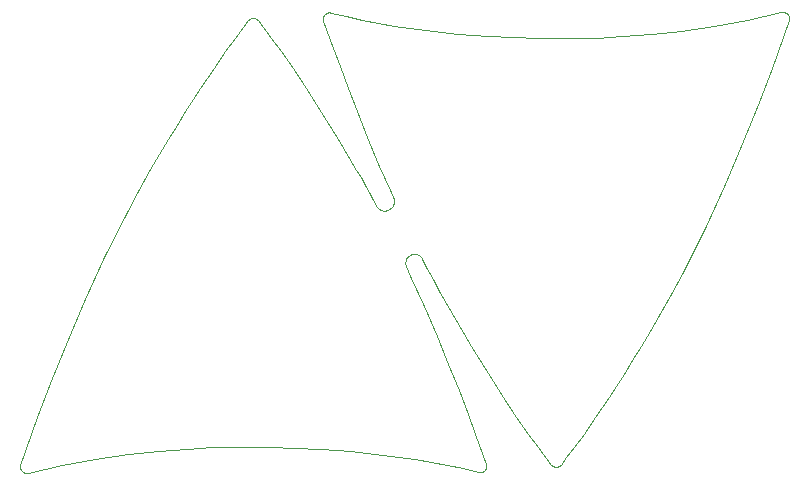
<source format=gbr>
G04 #@! TF.GenerationSoftware,KiCad,Pcbnew,5.1.5-1.fc31*
G04 #@! TF.CreationDate,2020-03-02T06:03:26+00:00*
G04 #@! TF.ProjectId,CatEars,43617445-6172-4732-9e6b-696361645f70,rev?*
G04 #@! TF.SameCoordinates,Original*
G04 #@! TF.FileFunction,Profile,NP*
%FSLAX46Y46*%
G04 Gerber Fmt 4.6, Leading zero omitted, Abs format (unit mm)*
G04 Created by KiCad (PCBNEW 5.1.5-1.fc31) date 2020-03-02 06:03:26*
%MOMM*%
%LPD*%
G04 APERTURE LIST*
%ADD10C,0.105833*%
G04 APERTURE END LIST*
D10*
X233066014Y-136476209D02*
X233066014Y-136476209D01*
X233397939Y-117120070D02*
X232032269Y-116942714D01*
X244524525Y-154069123D02*
X244551692Y-154060727D01*
X229560758Y-132339861D02*
X229523925Y-132324815D01*
X229598477Y-132353028D02*
X229560758Y-132339861D01*
X232032269Y-116942714D02*
X230659668Y-116738999D01*
X218833720Y-116093369D02*
X218805653Y-116087998D01*
X218861378Y-116100227D02*
X218833720Y-116093369D01*
X218888570Y-116108547D02*
X218861378Y-116100227D01*
X236066605Y-117402292D02*
X233397939Y-117120070D01*
X244369866Y-117806364D02*
X244369866Y-117806364D01*
X244161013Y-154040269D02*
X244187103Y-154051435D01*
X232211905Y-136076216D02*
X232249988Y-136068434D01*
X244296690Y-154081746D02*
X244325109Y-154085605D01*
X244268623Y-154076374D02*
X244296690Y-154081746D01*
X235634703Y-141247599D02*
X235634703Y-141247599D01*
X244135558Y-154027721D02*
X244161013Y-154040269D01*
X244187103Y-154051435D02*
X244213773Y-154061192D01*
X230453461Y-132100849D02*
X230429493Y-132126534D01*
X230476148Y-132074240D02*
X230453461Y-132100849D01*
X229754823Y-132385599D02*
X229715371Y-132380566D01*
X229794353Y-132388572D02*
X229754823Y-132385599D01*
X260568468Y-116244709D02*
X257729478Y-116754402D01*
X244213773Y-154061192D02*
X244240965Y-154069514D01*
X230066655Y-132352763D02*
X230028778Y-132363856D01*
X230103980Y-132339711D02*
X230066655Y-132352763D01*
X248855568Y-148175531D02*
X249477446Y-147215696D01*
X238464163Y-154041816D02*
X238463549Y-154006194D01*
X238462384Y-154077290D02*
X238464163Y-154041816D01*
X238458240Y-154112493D02*
X238462384Y-154077290D01*
X238451756Y-154147306D02*
X238458240Y-154112493D01*
X264109707Y-116033619D02*
X264103507Y-115999141D01*
X233026862Y-136407720D02*
X233047277Y-136441378D01*
X232064327Y-136126628D02*
X232100356Y-136111153D01*
X232559882Y-136077158D02*
X232598131Y-136087272D01*
X264111347Y-116174053D02*
X264114461Y-116138799D01*
X225026322Y-115626991D02*
X224992520Y-115637532D01*
X225060753Y-115618732D02*
X225026322Y-115626991D01*
X264071412Y-115899081D02*
X264056298Y-115867241D01*
X233941391Y-138177750D02*
X234496593Y-139216208D01*
X250134586Y-146180653D02*
X250826039Y-145069198D01*
X264087560Y-116278765D02*
X264087560Y-116278765D01*
X244019823Y-153945151D02*
X244041242Y-153964221D01*
X232708553Y-136128993D02*
X232743506Y-136146495D01*
X264115209Y-116103565D02*
X264113616Y-116068466D01*
X229290609Y-116507274D02*
X227935561Y-116245894D01*
X256952953Y-133861438D02*
X258664563Y-130113501D01*
X232288394Y-136062600D02*
X232327046Y-136058724D01*
X253096776Y-141264320D02*
X254107360Y-139467176D01*
X254107360Y-139467176D02*
X255088939Y-137623127D01*
X246739660Y-151286868D02*
X247721394Y-149874392D01*
X263802322Y-115627006D02*
X263769859Y-115613760D01*
X264097922Y-116244152D02*
X264105842Y-116209210D01*
X244353823Y-154087924D02*
X244382775Y-154088676D01*
X238581899Y-117598849D02*
X236066605Y-117402292D01*
X244551692Y-154060727D02*
X244578333Y-154050897D01*
X225095694Y-115612787D02*
X225060753Y-115618732D01*
X225131026Y-115609190D02*
X225095694Y-115612787D01*
X263833896Y-115642406D02*
X263802322Y-115627006D01*
X261533542Y-123195872D02*
X262642397Y-120294677D01*
X218748521Y-116081821D02*
X218719570Y-116081069D01*
X218777234Y-116084140D02*
X218748521Y-116081821D01*
X218805653Y-116087998D02*
X218777234Y-116084140D01*
X244382775Y-154088676D02*
X244411724Y-154087844D01*
X264095042Y-115965147D02*
X264084335Y-115931755D01*
X231674606Y-136521960D02*
X231702098Y-136462777D01*
X231652573Y-136583274D02*
X231674606Y-136521960D01*
X231636122Y-136646315D02*
X231652573Y-136583274D01*
X231625377Y-136710681D02*
X231636122Y-136646315D01*
X263702725Y-115593868D02*
X263668283Y-115587289D01*
X229488040Y-132307939D02*
X229453165Y-132289283D01*
X229523925Y-132324815D02*
X229488040Y-132307939D01*
X244382775Y-154088676D02*
X244382775Y-154088676D01*
X244240965Y-154069514D02*
X244268623Y-154076374D01*
X229355224Y-132223125D02*
X229325012Y-132197839D01*
X229386695Y-132246827D02*
X229355224Y-132223125D01*
X229990429Y-132372978D02*
X229951686Y-132380116D01*
X230028778Y-132363856D02*
X229990429Y-132372978D01*
X252387636Y-117423604D02*
X249979168Y-117614906D01*
X229419363Y-132268896D02*
X229386695Y-132246827D01*
X229453165Y-132289283D02*
X229419363Y-132268896D01*
X250826039Y-145069198D02*
X251550854Y-143880126D01*
X264113616Y-116068466D02*
X264109707Y-116033619D01*
X264087560Y-116278765D02*
X264097922Y-116244152D01*
X231622184Y-136743235D02*
X231625377Y-136710681D01*
X231620465Y-136775968D02*
X231622184Y-136743235D01*
X231620235Y-136808831D02*
X231620465Y-136775968D01*
X231621509Y-136841773D02*
X231620235Y-136808831D01*
X233004830Y-136375284D02*
X233026862Y-136407720D01*
X232901706Y-136258748D02*
X232929618Y-136285802D01*
X242817297Y-117787701D02*
X240860052Y-117722924D01*
X202902791Y-143656180D02*
X201568753Y-146973871D01*
X204437752Y-140056242D02*
X202902791Y-143656180D01*
X206149375Y-136308304D02*
X204437752Y-140056242D01*
X232100356Y-136111153D02*
X232137013Y-136097586D01*
X233047277Y-136441378D02*
X233066014Y-136476209D01*
X237182728Y-143865731D02*
X238602562Y-146168911D01*
X230659668Y-116738999D02*
X229290609Y-116507274D01*
X208013401Y-132546615D02*
X206149375Y-136308304D01*
X208994983Y-130702566D02*
X208013401Y-132546615D01*
X210005568Y-128905422D02*
X208994983Y-130702566D01*
X233396111Y-137128141D02*
X233941391Y-138177750D01*
X230246193Y-132268171D02*
X230246193Y-132268171D01*
X230290959Y-132239384D02*
X230246193Y-132268171D01*
X241025543Y-149868226D02*
X242012635Y-151283267D01*
X232872473Y-136233163D02*
X232901706Y-136258748D01*
X264114461Y-116138799D02*
X264115209Y-116103565D01*
X247721394Y-149874392D02*
X248855568Y-148175531D01*
X232521347Y-136069072D02*
X232559882Y-136077158D01*
X235061202Y-140240497D02*
X235634703Y-141247599D01*
X230569857Y-131929102D02*
X230536378Y-131989378D01*
X230597857Y-131866329D02*
X230569857Y-131929102D01*
X233396111Y-137128141D02*
X233396111Y-137128141D01*
X249477446Y-147215696D02*
X250134586Y-146180653D01*
X229912629Y-132385257D02*
X229873335Y-132388389D01*
X229951686Y-132380116D02*
X229912629Y-132385257D01*
X232956148Y-136314276D02*
X232981239Y-136344120D01*
X232443723Y-136058947D02*
X232482602Y-136063005D01*
X232365869Y-136056816D02*
X232404787Y-136056887D01*
X238447087Y-153899638D02*
X238436638Y-153864625D01*
X238455038Y-153934984D02*
X238447087Y-153899638D01*
X238460516Y-153970543D02*
X238455038Y-153934984D01*
X238463549Y-154006194D02*
X238460516Y-153970543D01*
X232404787Y-136056887D02*
X232443723Y-136058947D01*
X245263890Y-153291191D02*
X245917960Y-152422590D01*
X210005568Y-128905422D02*
X210005568Y-128905422D01*
X210794261Y-127557490D02*
X210005568Y-128905422D01*
X211551490Y-126289586D02*
X210794261Y-127557490D01*
X230644185Y-131459560D02*
X230648644Y-131494245D01*
X230638149Y-131424947D02*
X230644185Y-131459560D01*
X232598131Y-136087272D02*
X232635806Y-136099332D01*
X252308083Y-142612235D02*
X253096776Y-141264320D01*
X232482602Y-136063005D02*
X232521347Y-136069072D01*
X263456584Y-115597093D02*
X262009335Y-115939135D01*
X244629808Y-154027044D02*
X244654528Y-154013073D01*
X230290959Y-132239384D02*
X230290959Y-132239384D01*
X230321109Y-132219057D02*
X230290959Y-132239384D01*
X238602562Y-146168911D02*
X239886176Y-148166592D01*
X244745310Y-153944182D02*
X244765696Y-153923839D01*
X253096776Y-141264320D02*
X253096776Y-141264320D01*
X247808589Y-117731869D02*
X245923091Y-117790389D01*
X244369866Y-117806364D02*
X242817297Y-117787701D01*
X245917960Y-152422590D02*
X246739660Y-151286868D01*
X244063582Y-153982039D02*
X244086786Y-153998579D01*
X230368114Y-130774121D02*
X230583800Y-131254710D01*
X230368114Y-130774121D02*
X230368114Y-130774121D01*
X225309386Y-115627573D02*
X225273883Y-115618938D01*
X225309386Y-115627573D02*
X225309386Y-115627573D01*
X264084335Y-115931755D02*
X264071412Y-115899081D01*
X232743506Y-136146495D02*
X232777434Y-136165712D01*
X244765696Y-153923839D02*
X244785045Y-153902302D01*
X263598221Y-115581036D02*
X263562829Y-115581429D01*
X245923091Y-117790389D02*
X244369866Y-117806364D01*
X254986803Y-117142069D02*
X252387636Y-117423604D01*
X229637020Y-132364268D02*
X229598477Y-132353028D01*
X229637020Y-132364268D02*
X229637020Y-132364268D01*
X230350052Y-132197559D02*
X230321109Y-132219057D01*
X230377773Y-132174939D02*
X230350052Y-132197559D01*
X233241461Y-136824045D02*
X233396111Y-137128141D01*
X257729478Y-116754402D02*
X254986803Y-117142069D01*
X244411724Y-154087844D02*
X244440430Y-154085446D01*
X229833883Y-132389498D02*
X229794353Y-132388572D01*
X229873335Y-132388389D02*
X229833883Y-132389498D01*
X251550854Y-143880126D02*
X252308083Y-142612235D01*
X230620261Y-131801459D02*
X230597857Y-131866329D01*
X230636950Y-131734888D02*
X230620261Y-131801459D01*
X233209984Y-140474053D02*
X232050862Y-137884745D01*
X234282201Y-142984442D02*
X233209984Y-140474053D01*
X235259409Y-145370824D02*
X234282201Y-142984442D01*
X236133502Y-147588114D02*
X235259409Y-145370824D01*
X255088939Y-137623127D02*
X256952953Y-133861438D01*
X236896376Y-149591225D02*
X236133502Y-147588114D01*
X237539927Y-151335072D02*
X236896376Y-149591225D01*
X238436638Y-153864625D02*
X237539927Y-151335072D01*
X238436638Y-153864625D02*
X238436638Y-153864625D01*
X235634703Y-141247599D02*
X237182728Y-143865731D01*
X232672633Y-136113256D02*
X232708553Y-136128993D01*
X262009335Y-115939135D02*
X260568468Y-116244709D01*
X262642397Y-120294677D02*
X264087560Y-116278765D01*
X244723943Y-153963303D02*
X244745310Y-153944182D01*
X244678496Y-153997775D02*
X244701653Y-153981176D01*
X225166629Y-115607974D02*
X225131026Y-115609190D01*
X225202386Y-115609171D02*
X225166629Y-115607974D01*
X234496593Y-139216208D02*
X235061202Y-140240497D01*
X217184383Y-117747139D02*
X216362684Y-118882848D01*
X217838452Y-116878548D02*
X217184383Y-117747139D01*
X218317296Y-116267442D02*
X217838452Y-116878548D01*
X263668283Y-115587289D02*
X263633410Y-115583001D01*
X263491896Y-115589424D02*
X263456584Y-115597093D01*
X263633410Y-115583001D02*
X263598221Y-115581036D01*
X238076022Y-154542739D02*
X238109824Y-154532202D01*
X238041591Y-154550993D02*
X238076022Y-154542739D01*
X238006650Y-154556930D02*
X238041591Y-154550993D01*
X237971318Y-154560518D02*
X238006650Y-154556930D01*
X214246776Y-121994167D02*
X213624898Y-122954001D01*
X215380950Y-120295313D02*
X214246776Y-121994167D01*
X216362684Y-118882848D02*
X215380950Y-120295313D01*
X244785045Y-153902302D02*
X244785045Y-153902302D01*
X232777434Y-136165712D02*
X232810278Y-136186596D01*
X244785045Y-153902302D02*
X245263890Y-153291191D01*
X263527349Y-115584214D02*
X263491896Y-115589424D01*
X212276306Y-125100506D02*
X211551490Y-126289586D01*
X212967758Y-123989046D02*
X212276306Y-125100506D01*
X213624898Y-122954001D02*
X212967758Y-123989046D01*
X226055378Y-120175105D02*
X226735504Y-121975893D01*
X225479394Y-118605741D02*
X226055378Y-120175105D01*
X224683811Y-115921546D02*
X224670468Y-115954465D01*
X224699388Y-115889501D02*
X224683811Y-115921546D01*
X224896076Y-115682520D02*
X224865978Y-115701861D01*
X224927278Y-115665330D02*
X224896076Y-115682520D01*
X213123175Y-152554838D02*
X215293754Y-152437875D01*
X210714706Y-152746139D02*
X213123175Y-152554838D01*
X208115539Y-153027675D02*
X210714706Y-152746139D01*
X205372865Y-153415342D02*
X208115539Y-153027675D01*
X230211860Y-132288931D02*
X230176661Y-132307782D01*
X230246193Y-132268171D02*
X230211860Y-132288931D01*
X243979973Y-153903361D02*
X243979973Y-153903361D01*
X229676077Y-132373460D02*
X229637020Y-132364268D01*
X229715371Y-132380566D02*
X229676077Y-132373460D01*
X237792955Y-154542063D02*
X237828459Y-154550717D01*
X237792955Y-154542063D02*
X237792955Y-154542063D01*
X236497345Y-154216446D02*
X237792955Y-154542063D01*
X235166781Y-153923778D02*
X236497345Y-154216446D01*
X231624304Y-136874744D02*
X231621509Y-136841773D01*
X231628635Y-136907692D02*
X231624304Y-136874744D01*
X231634517Y-136940569D02*
X231628635Y-136907692D01*
X231641967Y-136973323D02*
X231634517Y-136940569D01*
X232635806Y-136099332D02*
X232672633Y-136113256D01*
X230404259Y-132151248D02*
X230377773Y-132174939D01*
X230429493Y-132126534D02*
X230404259Y-132151248D01*
X232137013Y-136097586D02*
X232174222Y-136085937D01*
X240860052Y-117722924D02*
X238581899Y-117598849D01*
X263922141Y-115701200D02*
X263893920Y-115679538D01*
X263864466Y-115659928D02*
X263833896Y-115642406D01*
X264039018Y-115836352D02*
X264019597Y-115806529D01*
X232174222Y-136085937D02*
X232211905Y-136076216D01*
X244041242Y-153964221D02*
X244063582Y-153982039D01*
X244325109Y-154085605D02*
X244353823Y-154087924D01*
X244701653Y-153981176D02*
X244723943Y-153963303D01*
X264056298Y-115867241D02*
X264039018Y-115836352D01*
X249979168Y-117614906D02*
X247808589Y-117731869D01*
X233066014Y-136476209D02*
X233241461Y-136824045D01*
X239886176Y-148166592D02*
X241025543Y-149868226D01*
X244604390Y-154039661D02*
X244629808Y-154027044D01*
X242839422Y-152421168D02*
X243979973Y-153903361D01*
X263769859Y-115613760D02*
X263736622Y-115602702D01*
X242012635Y-151283267D02*
X242839422Y-152421168D01*
X243999381Y-153924856D02*
X244019823Y-153945151D01*
X230630522Y-131390456D02*
X230638149Y-131424947D01*
X230621288Y-131356138D02*
X230630522Y-131390456D01*
X264019597Y-115806529D02*
X263998059Y-115777890D01*
X244578333Y-154050897D02*
X244604390Y-154039661D01*
X230651541Y-131528953D02*
X230652708Y-131598237D01*
X230648644Y-131494245D02*
X230651541Y-131528953D01*
X263974431Y-115750551D02*
X263974431Y-115750551D01*
X263893920Y-115679538D02*
X263864466Y-115659928D01*
X263949017Y-115724883D02*
X263922141Y-115701200D01*
X244654528Y-154013073D02*
X244678496Y-153997775D01*
X244440430Y-154085446D02*
X244468837Y-154081509D01*
X260199511Y-126513563D02*
X261533542Y-123195872D01*
X263998059Y-115777890D02*
X263974431Y-115750551D01*
X232929618Y-136285802D02*
X232956148Y-136314276D01*
X244110797Y-154013815D02*
X244135558Y-154027721D01*
X244086786Y-153998579D02*
X244110797Y-154013815D01*
X244496887Y-154076059D02*
X244524525Y-154069123D01*
X226604997Y-115953210D02*
X225309386Y-115627573D01*
X227935561Y-116245894D02*
X226604997Y-115953210D01*
X264103507Y-115999141D02*
X264095042Y-115965147D01*
X244468837Y-154081509D02*
X244496887Y-154076059D01*
X232841977Y-136209096D02*
X232872473Y-136233163D01*
X243979973Y-153903361D02*
X243999381Y-153924856D01*
X263974431Y-115750551D02*
X263949017Y-115724883D01*
X232981239Y-136344120D02*
X233004830Y-136375284D01*
X199127809Y-154419190D02*
X199153242Y-154444842D01*
X199127809Y-154419190D02*
X199127809Y-154419190D01*
X199104199Y-154391852D02*
X199127809Y-154419190D01*
X237935715Y-154561724D02*
X237971318Y-154560518D01*
X237899957Y-154560514D02*
X237935715Y-154561724D01*
X237864166Y-154556857D02*
X237899957Y-154560514D01*
X237828459Y-154550717D02*
X237864166Y-154556857D01*
X231994454Y-136163261D02*
X231994454Y-136163261D01*
X231984598Y-136169134D02*
X231994454Y-136163261D01*
X231974663Y-136175007D02*
X231984598Y-136169134D01*
X231974663Y-136175007D02*
X231974663Y-136175007D01*
X218605458Y-116093685D02*
X218577820Y-116100621D01*
X218633508Y-116088235D02*
X218605458Y-116093685D01*
X218661915Y-116084298D02*
X218633508Y-116088235D01*
X224665709Y-116305118D02*
X225479394Y-118605741D01*
X224665709Y-116305118D02*
X224665709Y-116305118D01*
X199082678Y-154363213D02*
X199104199Y-154391852D01*
X199063271Y-154333391D02*
X199082678Y-154363213D01*
X199046003Y-154302502D02*
X199063271Y-154333391D01*
X231945275Y-136193378D02*
X231974663Y-136175007D01*
X231917048Y-136212937D02*
X231945275Y-136193378D01*
X231889998Y-136233634D02*
X231917048Y-136212937D01*
X231864141Y-136255418D02*
X231889998Y-136233634D01*
X228540281Y-130833216D02*
X228186228Y-130189472D01*
X228890682Y-131482676D02*
X228540281Y-130833216D01*
X228890682Y-131482676D02*
X228890682Y-131482676D01*
X227513306Y-123972146D02*
X228382319Y-126127907D01*
X226735504Y-121975893D02*
X227513306Y-123972146D01*
X199030900Y-154270662D02*
X199046003Y-154302502D01*
X199017985Y-154237988D02*
X199030900Y-154270662D01*
X199007285Y-154204596D02*
X199017985Y-154237988D01*
X230647805Y-131667015D02*
X230636950Y-131734888D01*
X230652708Y-131598237D02*
X230647805Y-131667015D01*
X227467644Y-128922145D02*
X227467644Y-128922145D01*
X227828643Y-129552196D02*
X227467644Y-128922145D01*
X228186228Y-130189472D02*
X227828643Y-129552196D01*
X224638180Y-116127927D02*
X224638795Y-116163549D01*
X224639959Y-116092454D02*
X224638180Y-116127927D01*
X232810278Y-136186596D02*
X232841977Y-136209096D01*
X199610447Y-154580319D02*
X199645758Y-154572651D01*
X199574994Y-154585526D02*
X199610447Y-154580319D01*
X199539514Y-154588305D02*
X199574994Y-154585526D01*
X199504122Y-154588693D02*
X199539514Y-154588305D01*
X233811734Y-153662412D02*
X235166781Y-153923778D01*
X232442675Y-153430700D02*
X233811734Y-153662412D01*
X231070075Y-153226994D02*
X232442675Y-153430700D01*
X229704405Y-153049647D02*
X231070075Y-153226994D01*
X218524012Y-116118847D02*
X218497954Y-116130083D01*
X218550653Y-116109017D02*
X218524012Y-116118847D01*
X218577820Y-116100621D02*
X218550653Y-116109017D01*
X224959466Y-115650323D02*
X224927278Y-115665330D01*
X224992520Y-115637532D02*
X224959466Y-115650323D01*
X230140675Y-132324713D02*
X230103980Y-132339711D01*
X230176661Y-132307782D02*
X230140675Y-132324713D01*
X202533875Y-153925035D02*
X205372865Y-153415342D01*
X201093008Y-154230609D02*
X202533875Y-153925035D01*
X199645758Y-154572651D02*
X201093008Y-154230609D01*
X199645758Y-154572651D02*
X199645758Y-154572651D01*
X224783501Y-115772459D02*
X224783501Y-115772459D01*
X224809572Y-115746863D02*
X224783501Y-115772459D01*
X224759255Y-115799807D02*
X224737137Y-115828510D01*
X224783501Y-115772459D02*
X224759255Y-115799807D01*
X224655259Y-116270105D02*
X224665709Y-116305118D01*
X224647307Y-116234759D02*
X224655259Y-116270105D01*
X227035740Y-152767438D02*
X229704405Y-153049647D01*
X224520447Y-152570889D02*
X227035740Y-152767438D01*
X222242294Y-152446818D02*
X224520447Y-152570889D01*
X220285050Y-152382042D02*
X222242294Y-152446818D01*
X199468931Y-154586722D02*
X199504122Y-154588693D01*
X199434055Y-154582427D02*
X199468931Y-154586722D01*
X199399610Y-154575842D02*
X199434055Y-154582427D01*
X199365710Y-154567001D02*
X199399610Y-154575842D01*
X218447815Y-116156671D02*
X218423847Y-116171969D01*
X218472536Y-116142700D02*
X218447815Y-116156671D01*
X218497954Y-116130083D02*
X218472536Y-116142700D01*
X224644103Y-116057250D02*
X224639959Y-116092454D01*
X224650587Y-116022437D02*
X224644103Y-116057250D01*
X219061102Y-116205466D02*
X219038762Y-116187660D01*
X219082522Y-116224522D02*
X219061102Y-116205466D01*
X219102964Y-116244801D02*
X219082522Y-116224522D01*
X218991546Y-116155903D02*
X218966785Y-116142005D01*
X219015557Y-116171130D02*
X218991546Y-116155903D01*
X219038762Y-116187660D02*
X219015557Y-116171130D01*
X219122371Y-116266278D02*
X219102964Y-116244801D01*
X219122371Y-116266278D02*
X219122371Y-116266278D01*
X220262907Y-117748531D02*
X219122371Y-116266278D01*
X238442959Y-154181608D02*
X238451756Y-154147306D01*
X238431875Y-154215279D02*
X238442959Y-154181608D01*
X238418532Y-154248197D02*
X238431875Y-154215279D01*
X238402956Y-154280243D02*
X238418532Y-154248197D01*
X238385172Y-154311295D02*
X238402956Y-154280243D01*
X238365209Y-154341233D02*
X238385172Y-154311295D01*
X238343091Y-154369937D02*
X238365209Y-154341233D01*
X238318846Y-154397285D02*
X238343091Y-154369937D01*
X224499738Y-124000830D02*
X223216122Y-122003146D01*
X225919587Y-126304012D02*
X224499738Y-124000830D01*
X227467644Y-128922145D02*
X225919587Y-126304012D01*
X218732482Y-152363380D02*
X220285050Y-152382042D01*
X218732482Y-152363380D02*
X218732482Y-152363380D01*
X217179253Y-152379354D02*
X218732482Y-152363380D01*
X215293754Y-152437875D02*
X217179253Y-152379354D01*
X229013685Y-131714305D02*
X228890682Y-131482676D01*
X229153997Y-131980622D02*
X229013685Y-131714305D01*
X229153997Y-131980622D02*
X229153997Y-131980622D01*
X231650999Y-137005905D02*
X231641967Y-136973323D01*
X231661630Y-137038263D02*
X231650999Y-137005905D01*
X231673875Y-137070347D02*
X231661630Y-137038263D01*
X231687749Y-137102107D02*
X231673875Y-137070347D01*
X238206269Y-154487221D02*
X238236367Y-154467881D01*
X238175066Y-154504410D02*
X238206269Y-154487221D01*
X238142878Y-154519415D02*
X238175066Y-154504410D01*
X238109824Y-154532202D02*
X238142878Y-154519415D01*
X218690621Y-116081901D02*
X218661915Y-116084298D01*
X218719570Y-116081069D02*
X218690621Y-116081901D01*
X218719570Y-116081069D02*
X218719570Y-116081069D01*
X224659384Y-115988135D02*
X224650587Y-116022437D01*
X224670468Y-115954465D02*
X224659384Y-115988135D01*
X238318846Y-154397285D02*
X238318846Y-154397285D01*
X238292775Y-154422880D02*
X238318846Y-154397285D01*
X238265242Y-154446423D02*
X238292775Y-154422880D01*
X238236367Y-154467881D02*
X238265242Y-154446423D01*
X230583800Y-131254710D02*
X230597942Y-131288215D01*
X230583800Y-131254710D02*
X230583800Y-131254710D01*
X199332467Y-154555939D02*
X199365710Y-154567001D01*
X199299998Y-154542691D02*
X199332467Y-154555939D01*
X199268416Y-154527289D02*
X199299998Y-154542691D01*
X199237835Y-154509769D02*
X199268416Y-154527289D01*
X229336076Y-128407218D02*
X230368114Y-130774121D01*
X228382319Y-126127907D02*
X229336076Y-128407218D01*
X224837104Y-115723320D02*
X224809572Y-115746863D01*
X224865978Y-115701861D02*
X224837104Y-115723320D01*
X230610433Y-131322040D02*
X230621288Y-131356138D01*
X230597942Y-131288215D02*
X230610433Y-131322040D01*
X225238177Y-115612815D02*
X225202386Y-115609171D01*
X225273883Y-115618938D02*
X225238177Y-115612815D01*
X232327046Y-136058724D02*
X232365869Y-136056816D01*
X229173656Y-132015618D02*
X229153997Y-131980622D01*
X229195010Y-132049374D02*
X229173656Y-132015618D01*
X229217995Y-132081842D02*
X229195010Y-132049374D01*
X218915240Y-116118300D02*
X218888570Y-116108547D01*
X218941331Y-116129461D02*
X218915240Y-116118300D01*
X218966785Y-116142005D02*
X218941331Y-116129461D01*
X221089681Y-118886451D02*
X220262907Y-117748531D01*
X222076761Y-120301504D02*
X221089681Y-118886451D01*
X223216122Y-122003146D02*
X222076761Y-120301504D01*
X218378399Y-116206441D02*
X218357032Y-116225562D01*
X218400689Y-116188568D02*
X218378399Y-116206441D01*
X218423847Y-116171969D02*
X218400689Y-116188568D01*
X263562829Y-115581429D02*
X263527349Y-115584214D01*
X232249988Y-136068434D02*
X232288394Y-136062600D01*
X230497540Y-132046759D02*
X230476148Y-132074240D01*
X230536378Y-131989378D02*
X230497540Y-132046759D01*
X232598131Y-136087272D02*
X232598131Y-136087272D01*
X258664563Y-130113501D02*
X260199511Y-126513563D01*
X264105842Y-116209210D02*
X264111347Y-116174053D01*
X229296120Y-132171019D02*
X229268612Y-132142713D01*
X229325012Y-132197839D02*
X229296120Y-132171019D01*
X199014778Y-153890977D02*
X199014778Y-153890977D01*
X200459898Y-149875066D02*
X199014778Y-153890977D01*
X201568753Y-146973871D02*
X200459898Y-149875066D01*
X263736622Y-115602702D02*
X263702725Y-115593868D01*
X231753294Y-136378880D02*
X231772953Y-136352416D01*
X231734921Y-136406128D02*
X231753294Y-136378880D01*
X231717851Y-136434111D02*
X231734921Y-136406128D01*
X231702098Y-136462777D02*
X231717851Y-136434111D01*
X263456584Y-115597093D02*
X263456584Y-115597093D01*
X231839492Y-136278238D02*
X231864141Y-136255418D01*
X231816068Y-136302045D02*
X231839492Y-136278238D01*
X231793883Y-136326788D02*
X231816068Y-136302045D01*
X231772953Y-136352416D02*
X231793883Y-136326788D01*
X224641828Y-116199200D02*
X224647307Y-116234759D01*
X224638795Y-116163549D02*
X224641828Y-116199200D01*
X229242550Y-132112971D02*
X229217995Y-132081842D01*
X229268612Y-132142713D02*
X229242550Y-132112971D01*
X218317296Y-116267442D02*
X218317296Y-116267442D01*
X218336645Y-116245904D02*
X218317296Y-116267442D01*
X218357032Y-116225562D02*
X218336645Y-116245904D01*
X224717172Y-115858449D02*
X224699388Y-115889501D01*
X224737137Y-115828510D02*
X224717172Y-115858449D01*
X198998825Y-154170603D02*
X199007285Y-154204596D01*
X198992629Y-154136125D02*
X198998825Y-154170603D01*
X198988723Y-154101278D02*
X198992629Y-154136125D01*
X231994454Y-136163261D02*
X231994454Y-136163261D01*
X231687749Y-137102107D02*
X231687749Y-137102107D01*
X231880538Y-137516287D02*
X231687749Y-137102107D01*
X232050862Y-137884745D02*
X231880538Y-137516287D01*
X232050862Y-137884745D02*
X232050862Y-137884745D01*
X198987132Y-154066179D02*
X198988723Y-154101278D01*
X198987881Y-154030944D02*
X198987132Y-154066179D01*
X198990995Y-153995690D02*
X198987881Y-154030944D01*
X198996499Y-153960534D02*
X198990995Y-153995690D01*
X199004418Y-153925590D02*
X198996499Y-153960534D01*
X199014778Y-153890977D02*
X199004418Y-153925590D01*
X199208369Y-154490165D02*
X199237835Y-154509769D01*
X199180134Y-154468511D02*
X199208369Y-154490165D01*
X199153242Y-154444842D02*
X199180134Y-154468511D01*
X231994454Y-136163261D02*
X232029000Y-136144000D01*
X232029000Y-136144000D02*
X232064327Y-136126628D01*
M02*

</source>
